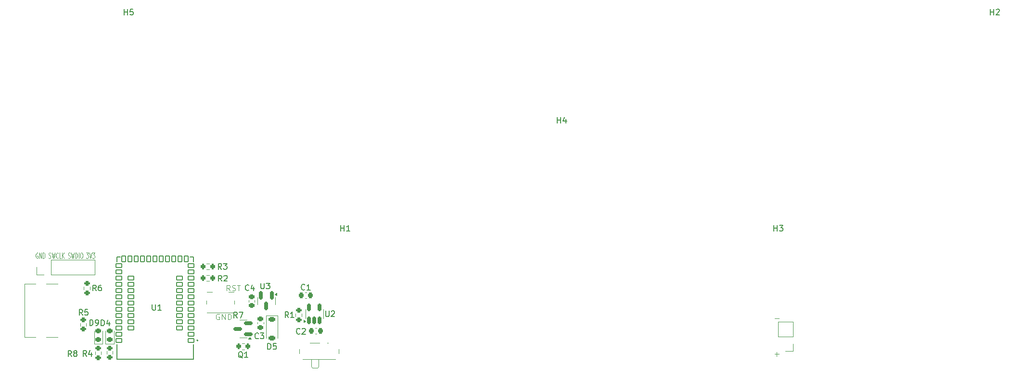
<source format=gbr>
%TF.GenerationSoftware,KiCad,Pcbnew,8.0.9-8.0.9-0~ubuntu22.04.1*%
%TF.CreationDate,2025-10-12T01:46:20+08:00*%
%TF.ProjectId,macropad,6d616372-6f70-4616-942e-6b696361645f,rev?*%
%TF.SameCoordinates,Original*%
%TF.FileFunction,Legend,Top*%
%TF.FilePolarity,Positive*%
%FSLAX46Y46*%
G04 Gerber Fmt 4.6, Leading zero omitted, Abs format (unit mm)*
G04 Created by KiCad (PCBNEW 8.0.9-8.0.9-0~ubuntu22.04.1) date 2025-10-12 01:46:20*
%MOMM*%
%LPD*%
G01*
G04 APERTURE LIST*
G04 Aperture macros list*
%AMRoundRect*
0 Rectangle with rounded corners*
0 $1 Rounding radius*
0 $2 $3 $4 $5 $6 $7 $8 $9 X,Y pos of 4 corners*
0 Add a 4 corners polygon primitive as box body*
4,1,4,$2,$3,$4,$5,$6,$7,$8,$9,$2,$3,0*
0 Add four circle primitives for the rounded corners*
1,1,$1+$1,$2,$3*
1,1,$1+$1,$4,$5*
1,1,$1+$1,$6,$7*
1,1,$1+$1,$8,$9*
0 Add four rect primitives between the rounded corners*
20,1,$1+$1,$2,$3,$4,$5,0*
20,1,$1+$1,$4,$5,$6,$7,0*
20,1,$1+$1,$6,$7,$8,$9,0*
20,1,$1+$1,$8,$9,$2,$3,0*%
G04 Aperture macros list end*
%ADD10C,0.100000*%
%ADD11C,0.150000*%
%ADD12C,0.120000*%
%ADD13C,0.127000*%
%ADD14C,0.200000*%
%ADD15RoundRect,0.200000X0.275000X-0.200000X0.275000X0.200000X-0.275000X0.200000X-0.275000X-0.200000X0*%
%ADD16RoundRect,0.200000X-0.275000X0.200000X-0.275000X-0.200000X0.275000X-0.200000X0.275000X0.200000X0*%
%ADD17R,1.700000X1.700000*%
%ADD18O,1.700000X1.700000*%
%ADD19C,1.900000*%
%ADD20C,1.750000*%
%ADD21C,3.450000*%
%ADD22C,4.000000*%
%ADD23C,2.500000*%
%ADD24C,2.200000*%
%ADD25RoundRect,0.218750X0.256250X-0.218750X0.256250X0.218750X-0.256250X0.218750X-0.256250X-0.218750X0*%
%ADD26C,5.300000*%
%ADD27RoundRect,0.225000X-0.375000X0.225000X-0.375000X-0.225000X0.375000X-0.225000X0.375000X0.225000X0*%
%ADD28RoundRect,0.225000X0.250000X-0.225000X0.250000X0.225000X-0.250000X0.225000X-0.250000X-0.225000X0*%
%ADD29RoundRect,0.225000X-0.250000X0.225000X-0.250000X-0.225000X0.250000X-0.225000X0.250000X0.225000X0*%
%ADD30RoundRect,0.150000X0.587500X0.150000X-0.587500X0.150000X-0.587500X-0.150000X0.587500X-0.150000X0*%
%ADD31RoundRect,0.225000X0.225000X0.250000X-0.225000X0.250000X-0.225000X-0.250000X0.225000X-0.250000X0*%
%ADD32RoundRect,0.150000X0.150000X-0.512500X0.150000X0.512500X-0.150000X0.512500X-0.150000X-0.512500X0*%
%ADD33RoundRect,0.150000X-0.150000X0.587500X-0.150000X-0.587500X0.150000X-0.587500X0.150000X0.587500X0*%
%ADD34RoundRect,0.200000X-0.200000X-0.275000X0.200000X-0.275000X0.200000X0.275000X-0.200000X0.275000X0*%
%ADD35C,0.750000*%
%ADD36R,1.550000X1.000000*%
%ADD37C,0.650000*%
%ADD38R,1.450000X0.600000*%
%ADD39R,1.450000X0.300000*%
%ADD40O,2.100000X1.000000*%
%ADD41O,1.600000X1.000000*%
%ADD42R,1.000000X0.800000*%
%ADD43C,0.900000*%
%ADD44R,0.700000X1.500000*%
%ADD45RoundRect,0.102000X0.500000X0.350000X-0.500000X0.350000X-0.500000X-0.350000X0.500000X-0.350000X0*%
%ADD46RoundRect,0.102000X0.350000X0.500000X-0.350000X0.500000X-0.350000X-0.500000X0.350000X-0.500000X0*%
%ADD47RoundRect,0.200000X0.200000X0.275000X-0.200000X0.275000X-0.200000X-0.275000X0.200000X-0.275000X0*%
G04 APERTURE END LIST*
D10*
X149277693Y-104070038D02*
X149182455Y-104022419D01*
X149182455Y-104022419D02*
X149039598Y-104022419D01*
X149039598Y-104022419D02*
X148896741Y-104070038D01*
X148896741Y-104070038D02*
X148801503Y-104165276D01*
X148801503Y-104165276D02*
X148753884Y-104260514D01*
X148753884Y-104260514D02*
X148706265Y-104450990D01*
X148706265Y-104450990D02*
X148706265Y-104593847D01*
X148706265Y-104593847D02*
X148753884Y-104784323D01*
X148753884Y-104784323D02*
X148801503Y-104879561D01*
X148801503Y-104879561D02*
X148896741Y-104974800D01*
X148896741Y-104974800D02*
X149039598Y-105022419D01*
X149039598Y-105022419D02*
X149134836Y-105022419D01*
X149134836Y-105022419D02*
X149277693Y-104974800D01*
X149277693Y-104974800D02*
X149325312Y-104927180D01*
X149325312Y-104927180D02*
X149325312Y-104593847D01*
X149325312Y-104593847D02*
X149134836Y-104593847D01*
X149753884Y-105022419D02*
X149753884Y-104022419D01*
X149753884Y-104022419D02*
X150325312Y-105022419D01*
X150325312Y-105022419D02*
X150325312Y-104022419D01*
X150801503Y-105022419D02*
X150801503Y-104022419D01*
X150801503Y-104022419D02*
X151039598Y-104022419D01*
X151039598Y-104022419D02*
X151182455Y-104070038D01*
X151182455Y-104070038D02*
X151277693Y-104165276D01*
X151277693Y-104165276D02*
X151325312Y-104260514D01*
X151325312Y-104260514D02*
X151372931Y-104450990D01*
X151372931Y-104450990D02*
X151372931Y-104593847D01*
X151372931Y-104593847D02*
X151325312Y-104784323D01*
X151325312Y-104784323D02*
X151277693Y-104879561D01*
X151277693Y-104879561D02*
X151182455Y-104974800D01*
X151182455Y-104974800D02*
X151039598Y-105022419D01*
X151039598Y-105022419D02*
X150801503Y-105022419D01*
X151175312Y-99947419D02*
X150841979Y-99471228D01*
X150603884Y-99947419D02*
X150603884Y-98947419D01*
X150603884Y-98947419D02*
X150984836Y-98947419D01*
X150984836Y-98947419D02*
X151080074Y-98995038D01*
X151080074Y-98995038D02*
X151127693Y-99042657D01*
X151127693Y-99042657D02*
X151175312Y-99137895D01*
X151175312Y-99137895D02*
X151175312Y-99280752D01*
X151175312Y-99280752D02*
X151127693Y-99375990D01*
X151127693Y-99375990D02*
X151080074Y-99423609D01*
X151080074Y-99423609D02*
X150984836Y-99471228D01*
X150984836Y-99471228D02*
X150603884Y-99471228D01*
X151556265Y-99899800D02*
X151699122Y-99947419D01*
X151699122Y-99947419D02*
X151937217Y-99947419D01*
X151937217Y-99947419D02*
X152032455Y-99899800D01*
X152032455Y-99899800D02*
X152080074Y-99852180D01*
X152080074Y-99852180D02*
X152127693Y-99756942D01*
X152127693Y-99756942D02*
X152127693Y-99661704D01*
X152127693Y-99661704D02*
X152080074Y-99566466D01*
X152080074Y-99566466D02*
X152032455Y-99518847D01*
X152032455Y-99518847D02*
X151937217Y-99471228D01*
X151937217Y-99471228D02*
X151746741Y-99423609D01*
X151746741Y-99423609D02*
X151651503Y-99375990D01*
X151651503Y-99375990D02*
X151603884Y-99328371D01*
X151603884Y-99328371D02*
X151556265Y-99233133D01*
X151556265Y-99233133D02*
X151556265Y-99137895D01*
X151556265Y-99137895D02*
X151603884Y-99042657D01*
X151603884Y-99042657D02*
X151651503Y-98995038D01*
X151651503Y-98995038D02*
X151746741Y-98947419D01*
X151746741Y-98947419D02*
X151984836Y-98947419D01*
X151984836Y-98947419D02*
X152127693Y-98995038D01*
X152413408Y-98947419D02*
X152984836Y-98947419D01*
X152699122Y-99947419D02*
X152699122Y-98947419D01*
X246978884Y-104841466D02*
X247740789Y-104841466D01*
X247003884Y-111091466D02*
X247765789Y-111091466D01*
X247384836Y-111472419D02*
X247384836Y-110710514D01*
X117347931Y-93270038D02*
X117290789Y-93222419D01*
X117290789Y-93222419D02*
X117205074Y-93222419D01*
X117205074Y-93222419D02*
X117119360Y-93270038D01*
X117119360Y-93270038D02*
X117062217Y-93365276D01*
X117062217Y-93365276D02*
X117033646Y-93460514D01*
X117033646Y-93460514D02*
X117005074Y-93650990D01*
X117005074Y-93650990D02*
X117005074Y-93793847D01*
X117005074Y-93793847D02*
X117033646Y-93984323D01*
X117033646Y-93984323D02*
X117062217Y-94079561D01*
X117062217Y-94079561D02*
X117119360Y-94174800D01*
X117119360Y-94174800D02*
X117205074Y-94222419D01*
X117205074Y-94222419D02*
X117262217Y-94222419D01*
X117262217Y-94222419D02*
X117347931Y-94174800D01*
X117347931Y-94174800D02*
X117376503Y-94127180D01*
X117376503Y-94127180D02*
X117376503Y-93793847D01*
X117376503Y-93793847D02*
X117262217Y-93793847D01*
X117633646Y-94222419D02*
X117633646Y-93222419D01*
X117633646Y-93222419D02*
X117976503Y-94222419D01*
X117976503Y-94222419D02*
X117976503Y-93222419D01*
X118262217Y-94222419D02*
X118262217Y-93222419D01*
X118262217Y-93222419D02*
X118405074Y-93222419D01*
X118405074Y-93222419D02*
X118490788Y-93270038D01*
X118490788Y-93270038D02*
X118547931Y-93365276D01*
X118547931Y-93365276D02*
X118576502Y-93460514D01*
X118576502Y-93460514D02*
X118605074Y-93650990D01*
X118605074Y-93650990D02*
X118605074Y-93793847D01*
X118605074Y-93793847D02*
X118576502Y-93984323D01*
X118576502Y-93984323D02*
X118547931Y-94079561D01*
X118547931Y-94079561D02*
X118490788Y-94174800D01*
X118490788Y-94174800D02*
X118405074Y-94222419D01*
X118405074Y-94222419D02*
X118262217Y-94222419D01*
X119290788Y-94174800D02*
X119376503Y-94222419D01*
X119376503Y-94222419D02*
X119519360Y-94222419D01*
X119519360Y-94222419D02*
X119576503Y-94174800D01*
X119576503Y-94174800D02*
X119605074Y-94127180D01*
X119605074Y-94127180D02*
X119633645Y-94031942D01*
X119633645Y-94031942D02*
X119633645Y-93936704D01*
X119633645Y-93936704D02*
X119605074Y-93841466D01*
X119605074Y-93841466D02*
X119576503Y-93793847D01*
X119576503Y-93793847D02*
X119519360Y-93746228D01*
X119519360Y-93746228D02*
X119405074Y-93698609D01*
X119405074Y-93698609D02*
X119347931Y-93650990D01*
X119347931Y-93650990D02*
X119319360Y-93603371D01*
X119319360Y-93603371D02*
X119290788Y-93508133D01*
X119290788Y-93508133D02*
X119290788Y-93412895D01*
X119290788Y-93412895D02*
X119319360Y-93317657D01*
X119319360Y-93317657D02*
X119347931Y-93270038D01*
X119347931Y-93270038D02*
X119405074Y-93222419D01*
X119405074Y-93222419D02*
X119547931Y-93222419D01*
X119547931Y-93222419D02*
X119633645Y-93270038D01*
X119833646Y-93222419D02*
X119976503Y-94222419D01*
X119976503Y-94222419D02*
X120090789Y-93508133D01*
X120090789Y-93508133D02*
X120205074Y-94222419D01*
X120205074Y-94222419D02*
X120347932Y-93222419D01*
X120919360Y-94127180D02*
X120890788Y-94174800D01*
X120890788Y-94174800D02*
X120805074Y-94222419D01*
X120805074Y-94222419D02*
X120747931Y-94222419D01*
X120747931Y-94222419D02*
X120662217Y-94174800D01*
X120662217Y-94174800D02*
X120605074Y-94079561D01*
X120605074Y-94079561D02*
X120576503Y-93984323D01*
X120576503Y-93984323D02*
X120547931Y-93793847D01*
X120547931Y-93793847D02*
X120547931Y-93650990D01*
X120547931Y-93650990D02*
X120576503Y-93460514D01*
X120576503Y-93460514D02*
X120605074Y-93365276D01*
X120605074Y-93365276D02*
X120662217Y-93270038D01*
X120662217Y-93270038D02*
X120747931Y-93222419D01*
X120747931Y-93222419D02*
X120805074Y-93222419D01*
X120805074Y-93222419D02*
X120890788Y-93270038D01*
X120890788Y-93270038D02*
X120919360Y-93317657D01*
X121462217Y-94222419D02*
X121176503Y-94222419D01*
X121176503Y-94222419D02*
X121176503Y-93222419D01*
X121662217Y-94222419D02*
X121662217Y-93222419D01*
X122005074Y-94222419D02*
X121747931Y-93650990D01*
X122005074Y-93222419D02*
X121662217Y-93793847D01*
X122690788Y-94174800D02*
X122776503Y-94222419D01*
X122776503Y-94222419D02*
X122919360Y-94222419D01*
X122919360Y-94222419D02*
X122976503Y-94174800D01*
X122976503Y-94174800D02*
X123005074Y-94127180D01*
X123005074Y-94127180D02*
X123033645Y-94031942D01*
X123033645Y-94031942D02*
X123033645Y-93936704D01*
X123033645Y-93936704D02*
X123005074Y-93841466D01*
X123005074Y-93841466D02*
X122976503Y-93793847D01*
X122976503Y-93793847D02*
X122919360Y-93746228D01*
X122919360Y-93746228D02*
X122805074Y-93698609D01*
X122805074Y-93698609D02*
X122747931Y-93650990D01*
X122747931Y-93650990D02*
X122719360Y-93603371D01*
X122719360Y-93603371D02*
X122690788Y-93508133D01*
X122690788Y-93508133D02*
X122690788Y-93412895D01*
X122690788Y-93412895D02*
X122719360Y-93317657D01*
X122719360Y-93317657D02*
X122747931Y-93270038D01*
X122747931Y-93270038D02*
X122805074Y-93222419D01*
X122805074Y-93222419D02*
X122947931Y-93222419D01*
X122947931Y-93222419D02*
X123033645Y-93270038D01*
X123233646Y-93222419D02*
X123376503Y-94222419D01*
X123376503Y-94222419D02*
X123490789Y-93508133D01*
X123490789Y-93508133D02*
X123605074Y-94222419D01*
X123605074Y-94222419D02*
X123747932Y-93222419D01*
X123976503Y-94222419D02*
X123976503Y-93222419D01*
X123976503Y-93222419D02*
X124119360Y-93222419D01*
X124119360Y-93222419D02*
X124205074Y-93270038D01*
X124205074Y-93270038D02*
X124262217Y-93365276D01*
X124262217Y-93365276D02*
X124290788Y-93460514D01*
X124290788Y-93460514D02*
X124319360Y-93650990D01*
X124319360Y-93650990D02*
X124319360Y-93793847D01*
X124319360Y-93793847D02*
X124290788Y-93984323D01*
X124290788Y-93984323D02*
X124262217Y-94079561D01*
X124262217Y-94079561D02*
X124205074Y-94174800D01*
X124205074Y-94174800D02*
X124119360Y-94222419D01*
X124119360Y-94222419D02*
X123976503Y-94222419D01*
X124576503Y-94222419D02*
X124576503Y-93222419D01*
X124976502Y-93222419D02*
X125090788Y-93222419D01*
X125090788Y-93222419D02*
X125147931Y-93270038D01*
X125147931Y-93270038D02*
X125205074Y-93365276D01*
X125205074Y-93365276D02*
X125233645Y-93555752D01*
X125233645Y-93555752D02*
X125233645Y-93889085D01*
X125233645Y-93889085D02*
X125205074Y-94079561D01*
X125205074Y-94079561D02*
X125147931Y-94174800D01*
X125147931Y-94174800D02*
X125090788Y-94222419D01*
X125090788Y-94222419D02*
X124976502Y-94222419D01*
X124976502Y-94222419D02*
X124919360Y-94174800D01*
X124919360Y-94174800D02*
X124862217Y-94079561D01*
X124862217Y-94079561D02*
X124833645Y-93889085D01*
X124833645Y-93889085D02*
X124833645Y-93555752D01*
X124833645Y-93555752D02*
X124862217Y-93365276D01*
X124862217Y-93365276D02*
X124919360Y-93270038D01*
X124919360Y-93270038D02*
X124976502Y-93222419D01*
X125890788Y-93222419D02*
X126262216Y-93222419D01*
X126262216Y-93222419D02*
X126062216Y-93603371D01*
X126062216Y-93603371D02*
X126147931Y-93603371D01*
X126147931Y-93603371D02*
X126205074Y-93650990D01*
X126205074Y-93650990D02*
X126233645Y-93698609D01*
X126233645Y-93698609D02*
X126262216Y-93793847D01*
X126262216Y-93793847D02*
X126262216Y-94031942D01*
X126262216Y-94031942D02*
X126233645Y-94127180D01*
X126233645Y-94127180D02*
X126205074Y-94174800D01*
X126205074Y-94174800D02*
X126147931Y-94222419D01*
X126147931Y-94222419D02*
X125976502Y-94222419D01*
X125976502Y-94222419D02*
X125919359Y-94174800D01*
X125919359Y-94174800D02*
X125890788Y-94127180D01*
X126433645Y-93222419D02*
X126633645Y-94222419D01*
X126633645Y-94222419D02*
X126833645Y-93222419D01*
X126976503Y-93222419D02*
X127347931Y-93222419D01*
X127347931Y-93222419D02*
X127147931Y-93603371D01*
X127147931Y-93603371D02*
X127233646Y-93603371D01*
X127233646Y-93603371D02*
X127290789Y-93650990D01*
X127290789Y-93650990D02*
X127319360Y-93698609D01*
X127319360Y-93698609D02*
X127347931Y-93793847D01*
X127347931Y-93793847D02*
X127347931Y-94031942D01*
X127347931Y-94031942D02*
X127319360Y-94127180D01*
X127319360Y-94127180D02*
X127290789Y-94174800D01*
X127290789Y-94174800D02*
X127233646Y-94222419D01*
X127233646Y-94222419D02*
X127062217Y-94222419D01*
X127062217Y-94222419D02*
X127005074Y-94174800D01*
X127005074Y-94174800D02*
X126976503Y-94127180D01*
D11*
X127633333Y-99954819D02*
X127300000Y-99478628D01*
X127061905Y-99954819D02*
X127061905Y-98954819D01*
X127061905Y-98954819D02*
X127442857Y-98954819D01*
X127442857Y-98954819D02*
X127538095Y-99002438D01*
X127538095Y-99002438D02*
X127585714Y-99050057D01*
X127585714Y-99050057D02*
X127633333Y-99145295D01*
X127633333Y-99145295D02*
X127633333Y-99288152D01*
X127633333Y-99288152D02*
X127585714Y-99383390D01*
X127585714Y-99383390D02*
X127538095Y-99431009D01*
X127538095Y-99431009D02*
X127442857Y-99478628D01*
X127442857Y-99478628D02*
X127061905Y-99478628D01*
X128490476Y-98954819D02*
X128300000Y-98954819D01*
X128300000Y-98954819D02*
X128204762Y-99002438D01*
X128204762Y-99002438D02*
X128157143Y-99050057D01*
X128157143Y-99050057D02*
X128061905Y-99192914D01*
X128061905Y-99192914D02*
X128014286Y-99383390D01*
X128014286Y-99383390D02*
X128014286Y-99764342D01*
X128014286Y-99764342D02*
X128061905Y-99859580D01*
X128061905Y-99859580D02*
X128109524Y-99907200D01*
X128109524Y-99907200D02*
X128204762Y-99954819D01*
X128204762Y-99954819D02*
X128395238Y-99954819D01*
X128395238Y-99954819D02*
X128490476Y-99907200D01*
X128490476Y-99907200D02*
X128538095Y-99859580D01*
X128538095Y-99859580D02*
X128585714Y-99764342D01*
X128585714Y-99764342D02*
X128585714Y-99526247D01*
X128585714Y-99526247D02*
X128538095Y-99431009D01*
X128538095Y-99431009D02*
X128490476Y-99383390D01*
X128490476Y-99383390D02*
X128395238Y-99335771D01*
X128395238Y-99335771D02*
X128204762Y-99335771D01*
X128204762Y-99335771D02*
X128109524Y-99383390D01*
X128109524Y-99383390D02*
X128061905Y-99431009D01*
X128061905Y-99431009D02*
X128014286Y-99526247D01*
X125233333Y-104254819D02*
X124900000Y-103778628D01*
X124661905Y-104254819D02*
X124661905Y-103254819D01*
X124661905Y-103254819D02*
X125042857Y-103254819D01*
X125042857Y-103254819D02*
X125138095Y-103302438D01*
X125138095Y-103302438D02*
X125185714Y-103350057D01*
X125185714Y-103350057D02*
X125233333Y-103445295D01*
X125233333Y-103445295D02*
X125233333Y-103588152D01*
X125233333Y-103588152D02*
X125185714Y-103683390D01*
X125185714Y-103683390D02*
X125138095Y-103731009D01*
X125138095Y-103731009D02*
X125042857Y-103778628D01*
X125042857Y-103778628D02*
X124661905Y-103778628D01*
X126138095Y-103254819D02*
X125661905Y-103254819D01*
X125661905Y-103254819D02*
X125614286Y-103731009D01*
X125614286Y-103731009D02*
X125661905Y-103683390D01*
X125661905Y-103683390D02*
X125757143Y-103635771D01*
X125757143Y-103635771D02*
X125995238Y-103635771D01*
X125995238Y-103635771D02*
X126090476Y-103683390D01*
X126090476Y-103683390D02*
X126138095Y-103731009D01*
X126138095Y-103731009D02*
X126185714Y-103826247D01*
X126185714Y-103826247D02*
X126185714Y-104064342D01*
X126185714Y-104064342D02*
X126138095Y-104159580D01*
X126138095Y-104159580D02*
X126090476Y-104207200D01*
X126090476Y-104207200D02*
X125995238Y-104254819D01*
X125995238Y-104254819D02*
X125757143Y-104254819D01*
X125757143Y-104254819D02*
X125661905Y-104207200D01*
X125661905Y-104207200D02*
X125614286Y-104159580D01*
X123283333Y-111529819D02*
X122950000Y-111053628D01*
X122711905Y-111529819D02*
X122711905Y-110529819D01*
X122711905Y-110529819D02*
X123092857Y-110529819D01*
X123092857Y-110529819D02*
X123188095Y-110577438D01*
X123188095Y-110577438D02*
X123235714Y-110625057D01*
X123235714Y-110625057D02*
X123283333Y-110720295D01*
X123283333Y-110720295D02*
X123283333Y-110863152D01*
X123283333Y-110863152D02*
X123235714Y-110958390D01*
X123235714Y-110958390D02*
X123188095Y-111006009D01*
X123188095Y-111006009D02*
X123092857Y-111053628D01*
X123092857Y-111053628D02*
X122711905Y-111053628D01*
X123854762Y-110958390D02*
X123759524Y-110910771D01*
X123759524Y-110910771D02*
X123711905Y-110863152D01*
X123711905Y-110863152D02*
X123664286Y-110767914D01*
X123664286Y-110767914D02*
X123664286Y-110720295D01*
X123664286Y-110720295D02*
X123711905Y-110625057D01*
X123711905Y-110625057D02*
X123759524Y-110577438D01*
X123759524Y-110577438D02*
X123854762Y-110529819D01*
X123854762Y-110529819D02*
X124045238Y-110529819D01*
X124045238Y-110529819D02*
X124140476Y-110577438D01*
X124140476Y-110577438D02*
X124188095Y-110625057D01*
X124188095Y-110625057D02*
X124235714Y-110720295D01*
X124235714Y-110720295D02*
X124235714Y-110767914D01*
X124235714Y-110767914D02*
X124188095Y-110863152D01*
X124188095Y-110863152D02*
X124140476Y-110910771D01*
X124140476Y-110910771D02*
X124045238Y-110958390D01*
X124045238Y-110958390D02*
X123854762Y-110958390D01*
X123854762Y-110958390D02*
X123759524Y-111006009D01*
X123759524Y-111006009D02*
X123711905Y-111053628D01*
X123711905Y-111053628D02*
X123664286Y-111148866D01*
X123664286Y-111148866D02*
X123664286Y-111339342D01*
X123664286Y-111339342D02*
X123711905Y-111434580D01*
X123711905Y-111434580D02*
X123759524Y-111482200D01*
X123759524Y-111482200D02*
X123854762Y-111529819D01*
X123854762Y-111529819D02*
X124045238Y-111529819D01*
X124045238Y-111529819D02*
X124140476Y-111482200D01*
X124140476Y-111482200D02*
X124188095Y-111434580D01*
X124188095Y-111434580D02*
X124235714Y-111339342D01*
X124235714Y-111339342D02*
X124235714Y-111148866D01*
X124235714Y-111148866D02*
X124188095Y-111053628D01*
X124188095Y-111053628D02*
X124140476Y-111006009D01*
X124140476Y-111006009D02*
X124045238Y-110958390D01*
X125933333Y-111479819D02*
X125600000Y-111003628D01*
X125361905Y-111479819D02*
X125361905Y-110479819D01*
X125361905Y-110479819D02*
X125742857Y-110479819D01*
X125742857Y-110479819D02*
X125838095Y-110527438D01*
X125838095Y-110527438D02*
X125885714Y-110575057D01*
X125885714Y-110575057D02*
X125933333Y-110670295D01*
X125933333Y-110670295D02*
X125933333Y-110813152D01*
X125933333Y-110813152D02*
X125885714Y-110908390D01*
X125885714Y-110908390D02*
X125838095Y-110956009D01*
X125838095Y-110956009D02*
X125742857Y-111003628D01*
X125742857Y-111003628D02*
X125361905Y-111003628D01*
X126790476Y-110813152D02*
X126790476Y-111479819D01*
X126552381Y-110432200D02*
X126314286Y-111146485D01*
X126314286Y-111146485D02*
X126933333Y-111146485D01*
X126511905Y-106054819D02*
X126511905Y-105054819D01*
X126511905Y-105054819D02*
X126750000Y-105054819D01*
X126750000Y-105054819D02*
X126892857Y-105102438D01*
X126892857Y-105102438D02*
X126988095Y-105197676D01*
X126988095Y-105197676D02*
X127035714Y-105292914D01*
X127035714Y-105292914D02*
X127083333Y-105483390D01*
X127083333Y-105483390D02*
X127083333Y-105626247D01*
X127083333Y-105626247D02*
X127035714Y-105816723D01*
X127035714Y-105816723D02*
X126988095Y-105911961D01*
X126988095Y-105911961D02*
X126892857Y-106007200D01*
X126892857Y-106007200D02*
X126750000Y-106054819D01*
X126750000Y-106054819D02*
X126511905Y-106054819D01*
X127559524Y-106054819D02*
X127750000Y-106054819D01*
X127750000Y-106054819D02*
X127845238Y-106007200D01*
X127845238Y-106007200D02*
X127892857Y-105959580D01*
X127892857Y-105959580D02*
X127988095Y-105816723D01*
X127988095Y-105816723D02*
X128035714Y-105626247D01*
X128035714Y-105626247D02*
X128035714Y-105245295D01*
X128035714Y-105245295D02*
X127988095Y-105150057D01*
X127988095Y-105150057D02*
X127940476Y-105102438D01*
X127940476Y-105102438D02*
X127845238Y-105054819D01*
X127845238Y-105054819D02*
X127654762Y-105054819D01*
X127654762Y-105054819D02*
X127559524Y-105102438D01*
X127559524Y-105102438D02*
X127511905Y-105150057D01*
X127511905Y-105150057D02*
X127464286Y-105245295D01*
X127464286Y-105245295D02*
X127464286Y-105483390D01*
X127464286Y-105483390D02*
X127511905Y-105578628D01*
X127511905Y-105578628D02*
X127559524Y-105626247D01*
X127559524Y-105626247D02*
X127654762Y-105673866D01*
X127654762Y-105673866D02*
X127845238Y-105673866D01*
X127845238Y-105673866D02*
X127940476Y-105626247D01*
X127940476Y-105626247D02*
X127988095Y-105578628D01*
X127988095Y-105578628D02*
X128035714Y-105483390D01*
X128511905Y-106104819D02*
X128511905Y-105104819D01*
X128511905Y-105104819D02*
X128750000Y-105104819D01*
X128750000Y-105104819D02*
X128892857Y-105152438D01*
X128892857Y-105152438D02*
X128988095Y-105247676D01*
X128988095Y-105247676D02*
X129035714Y-105342914D01*
X129035714Y-105342914D02*
X129083333Y-105533390D01*
X129083333Y-105533390D02*
X129083333Y-105676247D01*
X129083333Y-105676247D02*
X129035714Y-105866723D01*
X129035714Y-105866723D02*
X128988095Y-105961961D01*
X128988095Y-105961961D02*
X128892857Y-106057200D01*
X128892857Y-106057200D02*
X128750000Y-106104819D01*
X128750000Y-106104819D02*
X128511905Y-106104819D01*
X129940476Y-105438152D02*
X129940476Y-106104819D01*
X129702381Y-105057200D02*
X129464286Y-105771485D01*
X129464286Y-105771485D02*
X130083333Y-105771485D01*
X246888095Y-89404819D02*
X246888095Y-88404819D01*
X246888095Y-88881009D02*
X247459523Y-88881009D01*
X247459523Y-89404819D02*
X247459523Y-88404819D01*
X247840476Y-88404819D02*
X248459523Y-88404819D01*
X248459523Y-88404819D02*
X248126190Y-88785771D01*
X248126190Y-88785771D02*
X248269047Y-88785771D01*
X248269047Y-88785771D02*
X248364285Y-88833390D01*
X248364285Y-88833390D02*
X248411904Y-88881009D01*
X248411904Y-88881009D02*
X248459523Y-88976247D01*
X248459523Y-88976247D02*
X248459523Y-89214342D01*
X248459523Y-89214342D02*
X248411904Y-89309580D01*
X248411904Y-89309580D02*
X248364285Y-89357200D01*
X248364285Y-89357200D02*
X248269047Y-89404819D01*
X248269047Y-89404819D02*
X247983333Y-89404819D01*
X247983333Y-89404819D02*
X247888095Y-89357200D01*
X247888095Y-89357200D02*
X247840476Y-89309580D01*
X208788095Y-70354819D02*
X208788095Y-69354819D01*
X208788095Y-69831009D02*
X209359523Y-69831009D01*
X209359523Y-70354819D02*
X209359523Y-69354819D01*
X210264285Y-69688152D02*
X210264285Y-70354819D01*
X210026190Y-69307200D02*
X209788095Y-70021485D01*
X209788095Y-70021485D02*
X210407142Y-70021485D01*
X157811905Y-110254819D02*
X157811905Y-109254819D01*
X157811905Y-109254819D02*
X158050000Y-109254819D01*
X158050000Y-109254819D02*
X158192857Y-109302438D01*
X158192857Y-109302438D02*
X158288095Y-109397676D01*
X158288095Y-109397676D02*
X158335714Y-109492914D01*
X158335714Y-109492914D02*
X158383333Y-109683390D01*
X158383333Y-109683390D02*
X158383333Y-109826247D01*
X158383333Y-109826247D02*
X158335714Y-110016723D01*
X158335714Y-110016723D02*
X158288095Y-110111961D01*
X158288095Y-110111961D02*
X158192857Y-110207200D01*
X158192857Y-110207200D02*
X158050000Y-110254819D01*
X158050000Y-110254819D02*
X157811905Y-110254819D01*
X159288095Y-109254819D02*
X158811905Y-109254819D01*
X158811905Y-109254819D02*
X158764286Y-109731009D01*
X158764286Y-109731009D02*
X158811905Y-109683390D01*
X158811905Y-109683390D02*
X158907143Y-109635771D01*
X158907143Y-109635771D02*
X159145238Y-109635771D01*
X159145238Y-109635771D02*
X159240476Y-109683390D01*
X159240476Y-109683390D02*
X159288095Y-109731009D01*
X159288095Y-109731009D02*
X159335714Y-109826247D01*
X159335714Y-109826247D02*
X159335714Y-110064342D01*
X159335714Y-110064342D02*
X159288095Y-110159580D01*
X159288095Y-110159580D02*
X159240476Y-110207200D01*
X159240476Y-110207200D02*
X159145238Y-110254819D01*
X159145238Y-110254819D02*
X158907143Y-110254819D01*
X158907143Y-110254819D02*
X158811905Y-110207200D01*
X158811905Y-110207200D02*
X158764286Y-110159580D01*
X156183333Y-108309580D02*
X156135714Y-108357200D01*
X156135714Y-108357200D02*
X155992857Y-108404819D01*
X155992857Y-108404819D02*
X155897619Y-108404819D01*
X155897619Y-108404819D02*
X155754762Y-108357200D01*
X155754762Y-108357200D02*
X155659524Y-108261961D01*
X155659524Y-108261961D02*
X155611905Y-108166723D01*
X155611905Y-108166723D02*
X155564286Y-107976247D01*
X155564286Y-107976247D02*
X155564286Y-107833390D01*
X155564286Y-107833390D02*
X155611905Y-107642914D01*
X155611905Y-107642914D02*
X155659524Y-107547676D01*
X155659524Y-107547676D02*
X155754762Y-107452438D01*
X155754762Y-107452438D02*
X155897619Y-107404819D01*
X155897619Y-107404819D02*
X155992857Y-107404819D01*
X155992857Y-107404819D02*
X156135714Y-107452438D01*
X156135714Y-107452438D02*
X156183333Y-107500057D01*
X156516667Y-107404819D02*
X157135714Y-107404819D01*
X157135714Y-107404819D02*
X156802381Y-107785771D01*
X156802381Y-107785771D02*
X156945238Y-107785771D01*
X156945238Y-107785771D02*
X157040476Y-107833390D01*
X157040476Y-107833390D02*
X157088095Y-107881009D01*
X157088095Y-107881009D02*
X157135714Y-107976247D01*
X157135714Y-107976247D02*
X157135714Y-108214342D01*
X157135714Y-108214342D02*
X157088095Y-108309580D01*
X157088095Y-108309580D02*
X157040476Y-108357200D01*
X157040476Y-108357200D02*
X156945238Y-108404819D01*
X156945238Y-108404819D02*
X156659524Y-108404819D01*
X156659524Y-108404819D02*
X156564286Y-108357200D01*
X156564286Y-108357200D02*
X156516667Y-108309580D01*
X132588095Y-51304819D02*
X132588095Y-50304819D01*
X132588095Y-50781009D02*
X133159523Y-50781009D01*
X133159523Y-51304819D02*
X133159523Y-50304819D01*
X134111904Y-50304819D02*
X133635714Y-50304819D01*
X133635714Y-50304819D02*
X133588095Y-50781009D01*
X133588095Y-50781009D02*
X133635714Y-50733390D01*
X133635714Y-50733390D02*
X133730952Y-50685771D01*
X133730952Y-50685771D02*
X133969047Y-50685771D01*
X133969047Y-50685771D02*
X134064285Y-50733390D01*
X134064285Y-50733390D02*
X134111904Y-50781009D01*
X134111904Y-50781009D02*
X134159523Y-50876247D01*
X134159523Y-50876247D02*
X134159523Y-51114342D01*
X134159523Y-51114342D02*
X134111904Y-51209580D01*
X134111904Y-51209580D02*
X134064285Y-51257200D01*
X134064285Y-51257200D02*
X133969047Y-51304819D01*
X133969047Y-51304819D02*
X133730952Y-51304819D01*
X133730952Y-51304819D02*
X133635714Y-51257200D01*
X133635714Y-51257200D02*
X133588095Y-51209580D01*
X154483333Y-99809580D02*
X154435714Y-99857200D01*
X154435714Y-99857200D02*
X154292857Y-99904819D01*
X154292857Y-99904819D02*
X154197619Y-99904819D01*
X154197619Y-99904819D02*
X154054762Y-99857200D01*
X154054762Y-99857200D02*
X153959524Y-99761961D01*
X153959524Y-99761961D02*
X153911905Y-99666723D01*
X153911905Y-99666723D02*
X153864286Y-99476247D01*
X153864286Y-99476247D02*
X153864286Y-99333390D01*
X153864286Y-99333390D02*
X153911905Y-99142914D01*
X153911905Y-99142914D02*
X153959524Y-99047676D01*
X153959524Y-99047676D02*
X154054762Y-98952438D01*
X154054762Y-98952438D02*
X154197619Y-98904819D01*
X154197619Y-98904819D02*
X154292857Y-98904819D01*
X154292857Y-98904819D02*
X154435714Y-98952438D01*
X154435714Y-98952438D02*
X154483333Y-99000057D01*
X155340476Y-99238152D02*
X155340476Y-99904819D01*
X155102381Y-98857200D02*
X154864286Y-99571485D01*
X154864286Y-99571485D02*
X155483333Y-99571485D01*
X153404761Y-111800057D02*
X153309523Y-111752438D01*
X153309523Y-111752438D02*
X153214285Y-111657200D01*
X153214285Y-111657200D02*
X153071428Y-111514342D01*
X153071428Y-111514342D02*
X152976190Y-111466723D01*
X152976190Y-111466723D02*
X152880952Y-111466723D01*
X152928571Y-111704819D02*
X152833333Y-111657200D01*
X152833333Y-111657200D02*
X152738095Y-111561961D01*
X152738095Y-111561961D02*
X152690476Y-111371485D01*
X152690476Y-111371485D02*
X152690476Y-111038152D01*
X152690476Y-111038152D02*
X152738095Y-110847676D01*
X152738095Y-110847676D02*
X152833333Y-110752438D01*
X152833333Y-110752438D02*
X152928571Y-110704819D01*
X152928571Y-110704819D02*
X153119047Y-110704819D01*
X153119047Y-110704819D02*
X153214285Y-110752438D01*
X153214285Y-110752438D02*
X153309523Y-110847676D01*
X153309523Y-110847676D02*
X153357142Y-111038152D01*
X153357142Y-111038152D02*
X153357142Y-111371485D01*
X153357142Y-111371485D02*
X153309523Y-111561961D01*
X153309523Y-111561961D02*
X153214285Y-111657200D01*
X153214285Y-111657200D02*
X153119047Y-111704819D01*
X153119047Y-111704819D02*
X152928571Y-111704819D01*
X154309523Y-111704819D02*
X153738095Y-111704819D01*
X154023809Y-111704819D02*
X154023809Y-110704819D01*
X154023809Y-110704819D02*
X153928571Y-110847676D01*
X153928571Y-110847676D02*
X153833333Y-110942914D01*
X153833333Y-110942914D02*
X153738095Y-110990533D01*
X164333333Y-99709580D02*
X164285714Y-99757200D01*
X164285714Y-99757200D02*
X164142857Y-99804819D01*
X164142857Y-99804819D02*
X164047619Y-99804819D01*
X164047619Y-99804819D02*
X163904762Y-99757200D01*
X163904762Y-99757200D02*
X163809524Y-99661961D01*
X163809524Y-99661961D02*
X163761905Y-99566723D01*
X163761905Y-99566723D02*
X163714286Y-99376247D01*
X163714286Y-99376247D02*
X163714286Y-99233390D01*
X163714286Y-99233390D02*
X163761905Y-99042914D01*
X163761905Y-99042914D02*
X163809524Y-98947676D01*
X163809524Y-98947676D02*
X163904762Y-98852438D01*
X163904762Y-98852438D02*
X164047619Y-98804819D01*
X164047619Y-98804819D02*
X164142857Y-98804819D01*
X164142857Y-98804819D02*
X164285714Y-98852438D01*
X164285714Y-98852438D02*
X164333333Y-98900057D01*
X165285714Y-99804819D02*
X164714286Y-99804819D01*
X165000000Y-99804819D02*
X165000000Y-98804819D01*
X165000000Y-98804819D02*
X164904762Y-98947676D01*
X164904762Y-98947676D02*
X164809524Y-99042914D01*
X164809524Y-99042914D02*
X164714286Y-99090533D01*
X284988095Y-51304819D02*
X284988095Y-50304819D01*
X284988095Y-50781009D02*
X285559523Y-50781009D01*
X285559523Y-51304819D02*
X285559523Y-50304819D01*
X285988095Y-50400057D02*
X286035714Y-50352438D01*
X286035714Y-50352438D02*
X286130952Y-50304819D01*
X286130952Y-50304819D02*
X286369047Y-50304819D01*
X286369047Y-50304819D02*
X286464285Y-50352438D01*
X286464285Y-50352438D02*
X286511904Y-50400057D01*
X286511904Y-50400057D02*
X286559523Y-50495295D01*
X286559523Y-50495295D02*
X286559523Y-50590533D01*
X286559523Y-50590533D02*
X286511904Y-50733390D01*
X286511904Y-50733390D02*
X285940476Y-51304819D01*
X285940476Y-51304819D02*
X286559523Y-51304819D01*
X163483333Y-107484580D02*
X163435714Y-107532200D01*
X163435714Y-107532200D02*
X163292857Y-107579819D01*
X163292857Y-107579819D02*
X163197619Y-107579819D01*
X163197619Y-107579819D02*
X163054762Y-107532200D01*
X163054762Y-107532200D02*
X162959524Y-107436961D01*
X162959524Y-107436961D02*
X162911905Y-107341723D01*
X162911905Y-107341723D02*
X162864286Y-107151247D01*
X162864286Y-107151247D02*
X162864286Y-107008390D01*
X162864286Y-107008390D02*
X162911905Y-106817914D01*
X162911905Y-106817914D02*
X162959524Y-106722676D01*
X162959524Y-106722676D02*
X163054762Y-106627438D01*
X163054762Y-106627438D02*
X163197619Y-106579819D01*
X163197619Y-106579819D02*
X163292857Y-106579819D01*
X163292857Y-106579819D02*
X163435714Y-106627438D01*
X163435714Y-106627438D02*
X163483333Y-106675057D01*
X163864286Y-106675057D02*
X163911905Y-106627438D01*
X163911905Y-106627438D02*
X164007143Y-106579819D01*
X164007143Y-106579819D02*
X164245238Y-106579819D01*
X164245238Y-106579819D02*
X164340476Y-106627438D01*
X164340476Y-106627438D02*
X164388095Y-106675057D01*
X164388095Y-106675057D02*
X164435714Y-106770295D01*
X164435714Y-106770295D02*
X164435714Y-106865533D01*
X164435714Y-106865533D02*
X164388095Y-107008390D01*
X164388095Y-107008390D02*
X163816667Y-107579819D01*
X163816667Y-107579819D02*
X164435714Y-107579819D01*
X168013095Y-103504819D02*
X168013095Y-104314342D01*
X168013095Y-104314342D02*
X168060714Y-104409580D01*
X168060714Y-104409580D02*
X168108333Y-104457200D01*
X168108333Y-104457200D02*
X168203571Y-104504819D01*
X168203571Y-104504819D02*
X168394047Y-104504819D01*
X168394047Y-104504819D02*
X168489285Y-104457200D01*
X168489285Y-104457200D02*
X168536904Y-104409580D01*
X168536904Y-104409580D02*
X168584523Y-104314342D01*
X168584523Y-104314342D02*
X168584523Y-103504819D01*
X169013095Y-103600057D02*
X169060714Y-103552438D01*
X169060714Y-103552438D02*
X169155952Y-103504819D01*
X169155952Y-103504819D02*
X169394047Y-103504819D01*
X169394047Y-103504819D02*
X169489285Y-103552438D01*
X169489285Y-103552438D02*
X169536904Y-103600057D01*
X169536904Y-103600057D02*
X169584523Y-103695295D01*
X169584523Y-103695295D02*
X169584523Y-103790533D01*
X169584523Y-103790533D02*
X169536904Y-103933390D01*
X169536904Y-103933390D02*
X168965476Y-104504819D01*
X168965476Y-104504819D02*
X169584523Y-104504819D01*
X156588095Y-98604819D02*
X156588095Y-99414342D01*
X156588095Y-99414342D02*
X156635714Y-99509580D01*
X156635714Y-99509580D02*
X156683333Y-99557200D01*
X156683333Y-99557200D02*
X156778571Y-99604819D01*
X156778571Y-99604819D02*
X156969047Y-99604819D01*
X156969047Y-99604819D02*
X157064285Y-99557200D01*
X157064285Y-99557200D02*
X157111904Y-99509580D01*
X157111904Y-99509580D02*
X157159523Y-99414342D01*
X157159523Y-99414342D02*
X157159523Y-98604819D01*
X157540476Y-98604819D02*
X158159523Y-98604819D01*
X158159523Y-98604819D02*
X157826190Y-98985771D01*
X157826190Y-98985771D02*
X157969047Y-98985771D01*
X157969047Y-98985771D02*
X158064285Y-99033390D01*
X158064285Y-99033390D02*
X158111904Y-99081009D01*
X158111904Y-99081009D02*
X158159523Y-99176247D01*
X158159523Y-99176247D02*
X158159523Y-99414342D01*
X158159523Y-99414342D02*
X158111904Y-99509580D01*
X158111904Y-99509580D02*
X158064285Y-99557200D01*
X158064285Y-99557200D02*
X157969047Y-99604819D01*
X157969047Y-99604819D02*
X157683333Y-99604819D01*
X157683333Y-99604819D02*
X157588095Y-99557200D01*
X157588095Y-99557200D02*
X157540476Y-99509580D01*
X152433333Y-104704819D02*
X152100000Y-104228628D01*
X151861905Y-104704819D02*
X151861905Y-103704819D01*
X151861905Y-103704819D02*
X152242857Y-103704819D01*
X152242857Y-103704819D02*
X152338095Y-103752438D01*
X152338095Y-103752438D02*
X152385714Y-103800057D01*
X152385714Y-103800057D02*
X152433333Y-103895295D01*
X152433333Y-103895295D02*
X152433333Y-104038152D01*
X152433333Y-104038152D02*
X152385714Y-104133390D01*
X152385714Y-104133390D02*
X152338095Y-104181009D01*
X152338095Y-104181009D02*
X152242857Y-104228628D01*
X152242857Y-104228628D02*
X151861905Y-104228628D01*
X152766667Y-103704819D02*
X153433333Y-103704819D01*
X153433333Y-103704819D02*
X153004762Y-104704819D01*
X161458333Y-104679819D02*
X161125000Y-104203628D01*
X160886905Y-104679819D02*
X160886905Y-103679819D01*
X160886905Y-103679819D02*
X161267857Y-103679819D01*
X161267857Y-103679819D02*
X161363095Y-103727438D01*
X161363095Y-103727438D02*
X161410714Y-103775057D01*
X161410714Y-103775057D02*
X161458333Y-103870295D01*
X161458333Y-103870295D02*
X161458333Y-104013152D01*
X161458333Y-104013152D02*
X161410714Y-104108390D01*
X161410714Y-104108390D02*
X161363095Y-104156009D01*
X161363095Y-104156009D02*
X161267857Y-104203628D01*
X161267857Y-104203628D02*
X160886905Y-104203628D01*
X162410714Y-104679819D02*
X161839286Y-104679819D01*
X162125000Y-104679819D02*
X162125000Y-103679819D01*
X162125000Y-103679819D02*
X162029762Y-103822676D01*
X162029762Y-103822676D02*
X161934524Y-103917914D01*
X161934524Y-103917914D02*
X161839286Y-103965533D01*
X170688095Y-89404819D02*
X170688095Y-88404819D01*
X170688095Y-88881009D02*
X171259523Y-88881009D01*
X171259523Y-89404819D02*
X171259523Y-88404819D01*
X172259523Y-89404819D02*
X171688095Y-89404819D01*
X171973809Y-89404819D02*
X171973809Y-88404819D01*
X171973809Y-88404819D02*
X171878571Y-88547676D01*
X171878571Y-88547676D02*
X171783333Y-88642914D01*
X171783333Y-88642914D02*
X171688095Y-88690533D01*
X137493595Y-102354819D02*
X137493595Y-103164342D01*
X137493595Y-103164342D02*
X137541214Y-103259580D01*
X137541214Y-103259580D02*
X137588833Y-103307200D01*
X137588833Y-103307200D02*
X137684071Y-103354819D01*
X137684071Y-103354819D02*
X137874547Y-103354819D01*
X137874547Y-103354819D02*
X137969785Y-103307200D01*
X137969785Y-103307200D02*
X138017404Y-103259580D01*
X138017404Y-103259580D02*
X138065023Y-103164342D01*
X138065023Y-103164342D02*
X138065023Y-102354819D01*
X139065023Y-103354819D02*
X138493595Y-103354819D01*
X138779309Y-103354819D02*
X138779309Y-102354819D01*
X138779309Y-102354819D02*
X138684071Y-102497676D01*
X138684071Y-102497676D02*
X138588833Y-102592914D01*
X138588833Y-102592914D02*
X138493595Y-102640533D01*
X149733333Y-98254819D02*
X149400000Y-97778628D01*
X149161905Y-98254819D02*
X149161905Y-97254819D01*
X149161905Y-97254819D02*
X149542857Y-97254819D01*
X149542857Y-97254819D02*
X149638095Y-97302438D01*
X149638095Y-97302438D02*
X149685714Y-97350057D01*
X149685714Y-97350057D02*
X149733333Y-97445295D01*
X149733333Y-97445295D02*
X149733333Y-97588152D01*
X149733333Y-97588152D02*
X149685714Y-97683390D01*
X149685714Y-97683390D02*
X149638095Y-97731009D01*
X149638095Y-97731009D02*
X149542857Y-97778628D01*
X149542857Y-97778628D02*
X149161905Y-97778628D01*
X150114286Y-97350057D02*
X150161905Y-97302438D01*
X150161905Y-97302438D02*
X150257143Y-97254819D01*
X150257143Y-97254819D02*
X150495238Y-97254819D01*
X150495238Y-97254819D02*
X150590476Y-97302438D01*
X150590476Y-97302438D02*
X150638095Y-97350057D01*
X150638095Y-97350057D02*
X150685714Y-97445295D01*
X150685714Y-97445295D02*
X150685714Y-97540533D01*
X150685714Y-97540533D02*
X150638095Y-97683390D01*
X150638095Y-97683390D02*
X150066667Y-98254819D01*
X150066667Y-98254819D02*
X150685714Y-98254819D01*
X149683333Y-96154819D02*
X149350000Y-95678628D01*
X149111905Y-96154819D02*
X149111905Y-95154819D01*
X149111905Y-95154819D02*
X149492857Y-95154819D01*
X149492857Y-95154819D02*
X149588095Y-95202438D01*
X149588095Y-95202438D02*
X149635714Y-95250057D01*
X149635714Y-95250057D02*
X149683333Y-95345295D01*
X149683333Y-95345295D02*
X149683333Y-95488152D01*
X149683333Y-95488152D02*
X149635714Y-95583390D01*
X149635714Y-95583390D02*
X149588095Y-95631009D01*
X149588095Y-95631009D02*
X149492857Y-95678628D01*
X149492857Y-95678628D02*
X149111905Y-95678628D01*
X150016667Y-95154819D02*
X150635714Y-95154819D01*
X150635714Y-95154819D02*
X150302381Y-95535771D01*
X150302381Y-95535771D02*
X150445238Y-95535771D01*
X150445238Y-95535771D02*
X150540476Y-95583390D01*
X150540476Y-95583390D02*
X150588095Y-95631009D01*
X150588095Y-95631009D02*
X150635714Y-95726247D01*
X150635714Y-95726247D02*
X150635714Y-95964342D01*
X150635714Y-95964342D02*
X150588095Y-96059580D01*
X150588095Y-96059580D02*
X150540476Y-96107200D01*
X150540476Y-96107200D02*
X150445238Y-96154819D01*
X150445238Y-96154819D02*
X150159524Y-96154819D01*
X150159524Y-96154819D02*
X150064286Y-96107200D01*
X150064286Y-96107200D02*
X150016667Y-96059580D01*
D12*
%TO.C,R6*%
X125477500Y-99737258D02*
X125477500Y-99262742D01*
X126522500Y-99737258D02*
X126522500Y-99262742D01*
%TO.C,R5*%
X125872500Y-105662742D02*
X125872500Y-106137258D01*
X124827500Y-105662742D02*
X124827500Y-106137258D01*
%TO.C,JSWD1*%
X117100000Y-97130000D02*
X117100000Y-95800000D01*
X118430000Y-97130000D02*
X117100000Y-97130000D01*
X119700000Y-97130000D02*
X127380000Y-97130000D01*
X119700000Y-97130000D02*
X119700000Y-94470000D01*
X127380000Y-97130000D02*
X127380000Y-94470000D01*
X119700000Y-94470000D02*
X127380000Y-94470000D01*
%TO.C,J2*%
X250230000Y-110605723D02*
X248900000Y-110605723D01*
X250230000Y-109275723D02*
X250230000Y-110605723D01*
X250230000Y-108005723D02*
X250230000Y-105405723D01*
X250230000Y-108005723D02*
X247570000Y-108005723D01*
X250230000Y-105405723D02*
X247570000Y-105405723D01*
X247570000Y-108005723D02*
X247570000Y-105405723D01*
%TO.C,R8*%
X128522500Y-110700242D02*
X128522500Y-111174758D01*
X127477500Y-110700242D02*
X127477500Y-111174758D01*
%TO.C,R4*%
X130522500Y-110620242D02*
X130522500Y-111094758D01*
X129477500Y-110620242D02*
X129477500Y-111094758D01*
%TO.C,D9*%
X127265000Y-109272500D02*
X128735000Y-109272500D01*
X128735000Y-109272500D02*
X128735000Y-106987500D01*
X127265000Y-106987500D02*
X127265000Y-109272500D01*
%TO.C,D4*%
X129265000Y-109272500D02*
X130735000Y-109272500D01*
X130735000Y-109272500D02*
X130735000Y-106987500D01*
X129265000Y-106987500D02*
X129265000Y-109272500D01*
%TO.C,D5*%
X157550000Y-104290000D02*
X157550000Y-108300000D01*
X159550000Y-104290000D02*
X157550000Y-104290000D01*
X159550000Y-104290000D02*
X159550000Y-108300000D01*
%TO.C,C3*%
X156040000Y-105790580D02*
X156040000Y-105509420D01*
X157060000Y-105790580D02*
X157060000Y-105509420D01*
%TO.C,C4*%
X154490000Y-101634420D02*
X154490000Y-101915580D01*
X155510000Y-101634420D02*
X155510000Y-101915580D01*
%TO.C,Q1*%
X153487500Y-105090000D02*
X152837500Y-105090000D01*
X153487500Y-105090000D02*
X154137500Y-105090000D01*
X153487500Y-108210000D02*
X152837500Y-108210000D01*
X153487500Y-108210000D02*
X154137500Y-108210000D01*
X154890000Y-108490000D02*
X154410000Y-108490000D01*
X154650000Y-108160000D01*
X154890000Y-108490000D01*
G36*
X154890000Y-108490000D02*
G01*
X154410000Y-108490000D01*
X154650000Y-108160000D01*
X154890000Y-108490000D01*
G37*
%TO.C,C1*%
X164640580Y-100240000D02*
X164359420Y-100240000D01*
X164640580Y-101260000D02*
X164359420Y-101260000D01*
%TO.C,C2*%
X166415580Y-106490000D02*
X166134420Y-106490000D01*
X166415580Y-107510000D02*
X166134420Y-107510000D01*
%TO.C,U2*%
X164440000Y-104000000D02*
X164440000Y-103200000D01*
X164440000Y-104000000D02*
X164440000Y-104800000D01*
X167560000Y-104000000D02*
X167560000Y-103200000D01*
X167560000Y-104000000D02*
X167560000Y-104800000D01*
X164490000Y-105300000D02*
X164160000Y-105540000D01*
X164160000Y-105060000D01*
X164490000Y-105300000D01*
G36*
X164490000Y-105300000D02*
G01*
X164160000Y-105540000D01*
X164160000Y-105060000D01*
X164490000Y-105300000D01*
G37*
%TO.C,U3*%
X155990000Y-101712500D02*
X155990000Y-101062500D01*
X155990000Y-101712500D02*
X155990000Y-102362500D01*
X159110000Y-101712500D02*
X159110000Y-101062500D01*
X159110000Y-101712500D02*
X159110000Y-102362500D01*
X159390000Y-100790000D02*
X159060000Y-100550000D01*
X159390000Y-100310000D01*
X159390000Y-100790000D01*
G36*
X159390000Y-100790000D02*
G01*
X159060000Y-100550000D01*
X159390000Y-100310000D01*
X159390000Y-100790000D01*
G37*
%TO.C,R7*%
X153262742Y-109252500D02*
X153737258Y-109252500D01*
X153262742Y-110297500D02*
X153737258Y-110297500D01*
%TO.C,R1*%
X162727500Y-104012742D02*
X162727500Y-104487258D01*
X163772500Y-104012742D02*
X163772500Y-104487258D01*
%TO.C,R_TACT1*%
X147050000Y-102275000D02*
X147050000Y-101725000D01*
X148075000Y-100150000D02*
X147150000Y-100150000D01*
X151850000Y-100150000D02*
X150925000Y-100150000D01*
X151850000Y-103850000D02*
X147150000Y-103850000D01*
X151950000Y-102275000D02*
X151950000Y-101725000D01*
%TO.C,J1*%
X115055000Y-98750000D02*
X115055000Y-108150000D01*
X116955000Y-98750000D02*
X115055000Y-98750000D01*
X116955000Y-108150000D02*
X115055000Y-108150000D01*
X120855000Y-98750000D02*
X118855000Y-98750000D01*
X120855000Y-108150000D02*
X118855000Y-108150000D01*
%TO.C,SW21*%
X163400000Y-110210000D02*
X163400000Y-111000000D01*
X164000000Y-112010000D02*
X169700000Y-112010000D01*
X165250000Y-109160000D02*
X166950000Y-109160000D01*
X165450000Y-112010000D02*
X165450000Y-113300000D01*
X165450000Y-113300000D02*
X165650000Y-113510000D01*
X165650000Y-113510000D02*
X166550000Y-113510000D01*
X166750000Y-113300000D02*
X166550000Y-113510000D01*
X166750000Y-113300000D02*
X166750000Y-112010000D01*
X168250000Y-109160000D02*
X168450000Y-109160000D01*
X170300000Y-111000000D02*
X170300000Y-110210000D01*
D13*
%TO.C,U1*%
X131250000Y-94000000D02*
X131250000Y-94830000D01*
X131250000Y-94000000D02*
X131830000Y-94000000D01*
X131250000Y-112000000D02*
X131250000Y-109370000D01*
X144170000Y-94000000D02*
X144750000Y-94000000D01*
X144750000Y-94000000D02*
X144750000Y-94830000D01*
X144750000Y-109370000D02*
X144750000Y-112000000D01*
X144750000Y-112000000D02*
X131250000Y-112000000D01*
D14*
X145536000Y-108700000D02*
G75*
G02*
X145336000Y-108700000I-100000J0D01*
G01*
X145336000Y-108700000D02*
G75*
G02*
X145536000Y-108700000I100000J0D01*
G01*
D12*
%TO.C,R2*%
X147512258Y-95177500D02*
X147037742Y-95177500D01*
X147512258Y-96222500D02*
X147037742Y-96222500D01*
%TO.C,R3*%
X147037742Y-97177500D02*
X147512258Y-97177500D01*
X147037742Y-98222500D02*
X147512258Y-98222500D01*
%TD*%
%LPC*%
D15*
%TO.C,R6*%
X126000000Y-100325000D03*
X126000000Y-98675000D03*
%TD*%
D16*
%TO.C,R5*%
X125350000Y-105075000D03*
X125350000Y-106725000D03*
%TD*%
D17*
%TO.C,JSWD1*%
X118430000Y-95800000D03*
D18*
X120970000Y-95800000D03*
X123510000Y-95800000D03*
X126050000Y-95800000D03*
%TD*%
D17*
%TO.C,J2*%
X248900000Y-109275723D03*
D18*
X248900000Y-106735723D03*
%TD*%
D19*
%TO.C,SW27*%
X232625000Y-104775000D03*
D20*
X233045000Y-104775000D03*
D21*
X238125000Y-104775000D03*
D22*
X238125000Y-104775000D03*
D20*
X243205000Y-104775000D03*
D19*
X243625000Y-104775000D03*
D23*
X234315000Y-102235000D03*
D24*
X238125000Y-98875000D03*
D23*
X240665000Y-99695000D03*
D24*
X243125000Y-100975000D03*
%TD*%
D19*
%TO.C,SW20*%
X289775000Y-85725000D03*
D20*
X290195000Y-85725000D03*
D21*
X295275000Y-85725000D03*
D22*
X295275000Y-85725000D03*
D20*
X300355000Y-85725000D03*
D19*
X300775000Y-85725000D03*
D23*
X291465000Y-83185000D03*
D24*
X295275000Y-79825000D03*
D23*
X297815000Y-80645000D03*
D24*
X300275000Y-81925000D03*
%TD*%
D19*
%TO.C,SW19*%
X270725000Y-85725000D03*
D20*
X271145000Y-85725000D03*
D21*
X276225000Y-85725000D03*
D22*
X276225000Y-85725000D03*
D20*
X281305000Y-85725000D03*
D19*
X281725000Y-85725000D03*
D23*
X272415000Y-83185000D03*
D24*
X276225000Y-79825000D03*
D23*
X278765000Y-80645000D03*
D24*
X281225000Y-81925000D03*
%TD*%
D19*
%TO.C,SW33*%
X156425000Y-47625000D03*
D20*
X156845000Y-47625000D03*
D21*
X161925000Y-47625000D03*
D22*
X161925000Y-47625000D03*
D20*
X167005000Y-47625000D03*
D19*
X167425000Y-47625000D03*
D23*
X158115000Y-45085000D03*
D24*
X161925000Y-41725000D03*
D23*
X164465000Y-42545000D03*
D24*
X166925000Y-43825000D03*
%TD*%
D19*
%TO.C,SW35*%
X194525000Y-47625000D03*
D20*
X194945000Y-47625000D03*
D21*
X200025000Y-47625000D03*
D22*
X200025000Y-47625000D03*
D20*
X205105000Y-47625000D03*
D19*
X205525000Y-47625000D03*
D23*
X196215000Y-45085000D03*
D24*
X200025000Y-41725000D03*
D23*
X202565000Y-42545000D03*
D24*
X205025000Y-43825000D03*
%TD*%
D19*
%TO.C,SW12*%
X137375000Y-85725000D03*
D20*
X137795000Y-85725000D03*
D21*
X142875000Y-85725000D03*
D22*
X142875000Y-85725000D03*
D20*
X147955000Y-85725000D03*
D19*
X148375000Y-85725000D03*
D23*
X139065000Y-83185000D03*
D24*
X142875000Y-79825000D03*
D23*
X145415000Y-80645000D03*
D24*
X147875000Y-81925000D03*
%TD*%
D19*
%TO.C,SW37*%
X232625000Y-47625000D03*
D20*
X233045000Y-47625000D03*
D21*
X238125000Y-47625000D03*
D22*
X238125000Y-47625000D03*
D20*
X243205000Y-47625000D03*
D19*
X243625000Y-47625000D03*
D23*
X234315000Y-45085000D03*
D24*
X238125000Y-41725000D03*
D23*
X240665000Y-42545000D03*
D24*
X243125000Y-43825000D03*
%TD*%
D19*
%TO.C,SW26*%
X213575000Y-104775000D03*
D20*
X213995000Y-104775000D03*
D21*
X219075000Y-104775000D03*
D22*
X219075000Y-104775000D03*
D20*
X224155000Y-104775000D03*
D19*
X224575000Y-104775000D03*
D23*
X215265000Y-102235000D03*
D24*
X219075000Y-98875000D03*
D23*
X221615000Y-99695000D03*
D24*
X224075000Y-100975000D03*
%TD*%
D19*
%TO.C,SW32*%
X137375000Y-47625000D03*
D20*
X137795000Y-47625000D03*
D21*
X142875000Y-47625000D03*
D22*
X142875000Y-47625000D03*
D20*
X147955000Y-47625000D03*
D19*
X148375000Y-47625000D03*
D23*
X139065000Y-45085000D03*
D24*
X142875000Y-41725000D03*
D23*
X145415000Y-42545000D03*
D24*
X147875000Y-43825000D03*
%TD*%
D19*
%TO.C,SW15*%
X194525000Y-85725000D03*
D20*
X194945000Y-85725000D03*
D21*
X200025000Y-85725000D03*
D22*
X200025000Y-85725000D03*
D20*
X205105000Y-85725000D03*
D19*
X205525000Y-85725000D03*
D23*
X196215000Y-83185000D03*
D24*
X200025000Y-79825000D03*
D23*
X202565000Y-80645000D03*
D24*
X205025000Y-81925000D03*
%TD*%
D19*
%TO.C,SW7*%
X232625000Y-66675000D03*
D20*
X233045000Y-66675000D03*
D21*
X238125000Y-66675000D03*
D22*
X238125000Y-66675000D03*
D20*
X243205000Y-66675000D03*
D19*
X243625000Y-66675000D03*
D23*
X234315000Y-64135000D03*
D24*
X238125000Y-60775000D03*
D23*
X240665000Y-61595000D03*
D24*
X243125000Y-62875000D03*
%TD*%
D19*
%TO.C,SW34*%
X175475000Y-47625000D03*
D20*
X175895000Y-47625000D03*
D21*
X180975000Y-47625000D03*
D22*
X180975000Y-47625000D03*
D20*
X186055000Y-47625000D03*
D19*
X186475000Y-47625000D03*
D23*
X177165000Y-45085000D03*
D24*
X180975000Y-41725000D03*
D23*
X183515000Y-42545000D03*
D24*
X185975000Y-43825000D03*
%TD*%
D19*
%TO.C,SW25*%
X194525000Y-104775000D03*
D20*
X194945000Y-104775000D03*
D21*
X200025000Y-104775000D03*
D22*
X200025000Y-104775000D03*
D20*
X205105000Y-104775000D03*
D19*
X205525000Y-104775000D03*
D23*
X196215000Y-102235000D03*
D24*
X200025000Y-98875000D03*
D23*
X202565000Y-99695000D03*
D24*
X205025000Y-100975000D03*
%TD*%
D19*
%TO.C,SW38*%
X251675000Y-47625000D03*
D20*
X252095000Y-47625000D03*
D21*
X257175000Y-47625000D03*
D22*
X257175000Y-47625000D03*
D20*
X262255000Y-47625000D03*
D19*
X262675000Y-47625000D03*
D23*
X253365000Y-45085000D03*
D24*
X257175000Y-41725000D03*
D23*
X259715000Y-42545000D03*
D24*
X262175000Y-43825000D03*
%TD*%
D19*
%TO.C,SW31*%
X118325000Y-47625000D03*
D20*
X118745000Y-47625000D03*
D21*
X123825000Y-47625000D03*
D22*
X123825000Y-47625000D03*
D20*
X128905000Y-47625000D03*
D19*
X129325000Y-47625000D03*
D23*
X120015000Y-45085000D03*
D24*
X123825000Y-41725000D03*
D23*
X126365000Y-42545000D03*
D24*
X128825000Y-43825000D03*
%TD*%
D19*
%TO.C,SW13*%
X156425000Y-85725000D03*
D20*
X156845000Y-85725000D03*
D21*
X161925000Y-85725000D03*
D22*
X161925000Y-85725000D03*
D20*
X167005000Y-85725000D03*
D19*
X167425000Y-85725000D03*
D23*
X158115000Y-83185000D03*
D24*
X161925000Y-79825000D03*
D23*
X164465000Y-80645000D03*
D24*
X166925000Y-81925000D03*
%TD*%
D19*
%TO.C,SW6*%
X213575000Y-66675000D03*
D20*
X213995000Y-66675000D03*
D21*
X219075000Y-66675000D03*
D22*
X219075000Y-66675000D03*
D20*
X224155000Y-66675000D03*
D19*
X224575000Y-66675000D03*
D23*
X215265000Y-64135000D03*
D24*
X219075000Y-60775000D03*
D23*
X221615000Y-61595000D03*
D24*
X224075000Y-62875000D03*
%TD*%
D19*
%TO.C,SW2*%
X137375000Y-66675000D03*
D20*
X137795000Y-66675000D03*
D21*
X142875000Y-66675000D03*
D22*
X142875000Y-66675000D03*
D20*
X147955000Y-66675000D03*
D19*
X148375000Y-66675000D03*
D23*
X139065000Y-64135000D03*
D24*
X142875000Y-60775000D03*
D23*
X145415000Y-61595000D03*
D24*
X147875000Y-62875000D03*
%TD*%
D19*
%TO.C,SW3*%
X156425000Y-66675000D03*
D20*
X156845000Y-66675000D03*
D21*
X161925000Y-66675000D03*
D22*
X161925000Y-66675000D03*
D20*
X167005000Y-66675000D03*
D19*
X167425000Y-66675000D03*
D23*
X158115000Y-64135000D03*
D24*
X161925000Y-60775000D03*
D23*
X164465000Y-61595000D03*
D24*
X166925000Y-62875000D03*
%TD*%
D19*
%TO.C,SW11*%
X118325000Y-85725000D03*
D20*
X118745000Y-85725000D03*
D21*
X123825000Y-85725000D03*
D22*
X123825000Y-85725000D03*
D20*
X128905000Y-85725000D03*
D19*
X129325000Y-85725000D03*
D23*
X120015000Y-83185000D03*
D24*
X123825000Y-79825000D03*
D23*
X126365000Y-80645000D03*
D24*
X128825000Y-81925000D03*
%TD*%
D19*
%TO.C,SW24*%
X175475000Y-104775000D03*
D20*
X175895000Y-104775000D03*
D21*
X180975000Y-104775000D03*
D22*
X180975000Y-104775000D03*
D20*
X186055000Y-104775000D03*
D19*
X186475000Y-104775000D03*
D23*
X177165000Y-102235000D03*
D24*
X180975000Y-98875000D03*
D23*
X183515000Y-99695000D03*
D24*
X185975000Y-100975000D03*
%TD*%
D19*
%TO.C,SW1*%
X118325000Y-66675000D03*
D20*
X118745000Y-66675000D03*
D21*
X123825000Y-66675000D03*
D22*
X123825000Y-66675000D03*
D20*
X128905000Y-66675000D03*
D19*
X129325000Y-66675000D03*
D23*
X120015000Y-64135000D03*
D24*
X123825000Y-60775000D03*
D23*
X126365000Y-61595000D03*
D24*
X128825000Y-62875000D03*
%TD*%
D19*
%TO.C,SW39*%
X270725000Y-47625000D03*
D20*
X271145000Y-47625000D03*
D21*
X276225000Y-47625000D03*
D22*
X276225000Y-47625000D03*
D20*
X281305000Y-47625000D03*
D19*
X281725000Y-47625000D03*
D23*
X272415000Y-45085000D03*
D24*
X276225000Y-41725000D03*
D23*
X278765000Y-42545000D03*
D24*
X281225000Y-43825000D03*
%TD*%
D19*
%TO.C,SW4*%
X175475000Y-66675000D03*
D20*
X175895000Y-66675000D03*
D21*
X180975000Y-66675000D03*
D22*
X180975000Y-66675000D03*
D20*
X186055000Y-66675000D03*
D19*
X186475000Y-66675000D03*
D23*
X177165000Y-64135000D03*
D24*
X180975000Y-60775000D03*
D23*
X183515000Y-61595000D03*
D24*
X185975000Y-62875000D03*
%TD*%
D19*
%TO.C,SW8*%
X251675000Y-66675000D03*
D20*
X252095000Y-66675000D03*
D21*
X257175000Y-66675000D03*
D22*
X257175000Y-66675000D03*
D20*
X262255000Y-66675000D03*
D19*
X262675000Y-66675000D03*
D23*
X253365000Y-64135000D03*
D24*
X257175000Y-60775000D03*
D23*
X259715000Y-61595000D03*
D24*
X262175000Y-62875000D03*
%TD*%
D19*
%TO.C,SW5*%
X194525000Y-66675000D03*
D20*
X194945000Y-66675000D03*
D21*
X200025000Y-66675000D03*
D22*
X200025000Y-66675000D03*
D20*
X205105000Y-66675000D03*
D19*
X205525000Y-66675000D03*
D23*
X196215000Y-64135000D03*
D24*
X200025000Y-60775000D03*
D23*
X202565000Y-61595000D03*
D24*
X205025000Y-62875000D03*
%TD*%
D19*
%TO.C,SW40*%
X289775000Y-47625000D03*
D20*
X290195000Y-47625000D03*
D21*
X295275000Y-47625000D03*
D22*
X295275000Y-47625000D03*
D20*
X300355000Y-47625000D03*
D19*
X300775000Y-47625000D03*
D23*
X291465000Y-45085000D03*
D24*
X295275000Y-41725000D03*
D23*
X297815000Y-42545000D03*
D24*
X300275000Y-43825000D03*
%TD*%
D19*
%TO.C,SW10*%
X289775000Y-66725000D03*
D20*
X290195000Y-66725000D03*
D21*
X295275000Y-66725000D03*
D22*
X295275000Y-66725000D03*
D20*
X300355000Y-66725000D03*
D19*
X300775000Y-66725000D03*
D23*
X291465000Y-64185000D03*
D24*
X295275000Y-60825000D03*
D23*
X297815000Y-61645000D03*
D24*
X300275000Y-62925000D03*
%TD*%
D19*
%TO.C,SW17*%
X232625000Y-85725000D03*
D20*
X233045000Y-85725000D03*
D21*
X238125000Y-85725000D03*
D22*
X238125000Y-85725000D03*
D20*
X243205000Y-85725000D03*
D19*
X243625000Y-85725000D03*
D23*
X234315000Y-83185000D03*
D24*
X238125000Y-79825000D03*
D23*
X240665000Y-80645000D03*
D24*
X243125000Y-81925000D03*
%TD*%
D19*
%TO.C,SW16*%
X213575000Y-85725000D03*
D20*
X213995000Y-85725000D03*
D21*
X219075000Y-85725000D03*
D22*
X219075000Y-85725000D03*
D20*
X224155000Y-85725000D03*
D19*
X224575000Y-85725000D03*
D23*
X215265000Y-83185000D03*
D24*
X219075000Y-79825000D03*
D23*
X221615000Y-80645000D03*
D24*
X224075000Y-81925000D03*
%TD*%
D19*
%TO.C,SW14*%
X175475000Y-85725000D03*
D20*
X175895000Y-85725000D03*
D21*
X180975000Y-85725000D03*
D22*
X180975000Y-85725000D03*
D20*
X186055000Y-85725000D03*
D19*
X186475000Y-85725000D03*
D23*
X177165000Y-83185000D03*
D24*
X180975000Y-79825000D03*
D23*
X183515000Y-80645000D03*
D24*
X185975000Y-81925000D03*
%TD*%
D19*
%TO.C,SW18*%
X251675000Y-85725000D03*
D20*
X252095000Y-85725000D03*
D21*
X257175000Y-85725000D03*
D22*
X257175000Y-85725000D03*
D20*
X262255000Y-85725000D03*
D19*
X262675000Y-85725000D03*
D23*
X253365000Y-83185000D03*
D24*
X257175000Y-79825000D03*
D23*
X259715000Y-80645000D03*
D24*
X262175000Y-81925000D03*
%TD*%
D19*
%TO.C,SW36*%
X213575000Y-47625000D03*
D20*
X213995000Y-47625000D03*
D21*
X219075000Y-47625000D03*
D22*
X219075000Y-47625000D03*
D20*
X224155000Y-47625000D03*
D19*
X224575000Y-47625000D03*
D23*
X215265000Y-45085000D03*
D24*
X219075000Y-41725000D03*
D23*
X221615000Y-42545000D03*
D24*
X224075000Y-43825000D03*
%TD*%
D19*
%TO.C,SW9*%
X270725000Y-66675000D03*
D20*
X271145000Y-66675000D03*
D21*
X276225000Y-66675000D03*
D22*
X276225000Y-66675000D03*
D20*
X281305000Y-66675000D03*
D19*
X281725000Y-66675000D03*
D23*
X272415000Y-64135000D03*
D24*
X276225000Y-60775000D03*
D23*
X278765000Y-61595000D03*
D24*
X281225000Y-62875000D03*
%TD*%
D16*
%TO.C,R8*%
X128000000Y-110112500D03*
X128000000Y-111762500D03*
%TD*%
%TO.C,R4*%
X130000000Y-110032500D03*
X130000000Y-111682500D03*
%TD*%
D25*
%TO.C,D9*%
X128000000Y-108575000D03*
X128000000Y-107000000D03*
%TD*%
%TO.C,D4*%
X130000000Y-108575000D03*
X130000000Y-107000000D03*
%TD*%
D26*
%TO.C,H3*%
X247650000Y-95250000D03*
%TD*%
%TO.C,H4*%
X209550000Y-76200000D03*
%TD*%
D27*
%TO.C,D5*%
X158550000Y-105000000D03*
X158550000Y-108300000D03*
%TD*%
D28*
%TO.C,C3*%
X156550000Y-106425000D03*
X156550000Y-104875000D03*
%TD*%
D26*
%TO.C,H5*%
X133350000Y-57150000D03*
%TD*%
D29*
%TO.C,C4*%
X155000000Y-101000000D03*
X155000000Y-102550000D03*
%TD*%
D30*
%TO.C,Q1*%
X154425000Y-107600000D03*
X154425000Y-105700000D03*
X152550000Y-106650000D03*
%TD*%
D31*
%TO.C,C1*%
X165275000Y-100750000D03*
X163725000Y-100750000D03*
%TD*%
D26*
%TO.C,H2*%
X285750000Y-57150000D03*
%TD*%
D31*
%TO.C,C2*%
X167050000Y-107000000D03*
X165500000Y-107000000D03*
%TD*%
D32*
%TO.C,U2*%
X165050000Y-105137500D03*
X166000000Y-105137500D03*
X166950000Y-105137500D03*
X166950000Y-102862500D03*
X165050000Y-102862500D03*
%TD*%
D33*
%TO.C,U3*%
X158500000Y-100775000D03*
X156600000Y-100775000D03*
X157550000Y-102650000D03*
%TD*%
D34*
%TO.C,R7*%
X152675000Y-109775000D03*
X154325000Y-109775000D03*
%TD*%
D16*
%TO.C,R1*%
X163250000Y-103425000D03*
X163250000Y-105075000D03*
%TD*%
D26*
%TO.C,H1*%
X171450000Y-95250000D03*
%TD*%
D35*
%TO.C,R_TACT1*%
X149500000Y-100625000D03*
X149500000Y-103375000D03*
D36*
X146875000Y-101150000D03*
X152125000Y-101150000D03*
X146875000Y-102850000D03*
X152125000Y-102850000D03*
%TD*%
D37*
%TO.C,J1*%
X121555000Y-100560000D03*
X121555000Y-106340000D03*
D38*
X123000000Y-100200000D03*
X123000000Y-101000000D03*
D39*
X123000000Y-102200000D03*
X123000000Y-103200000D03*
X123000000Y-103700000D03*
X123000000Y-104700000D03*
D38*
X123000000Y-105900000D03*
X123000000Y-106700000D03*
X123000000Y-106700000D03*
X123000000Y-105900000D03*
D39*
X123000000Y-105200000D03*
X123000000Y-104200000D03*
X123000000Y-102700000D03*
X123000000Y-101700000D03*
D38*
X123000000Y-101000000D03*
X123000000Y-100200000D03*
D40*
X122085000Y-99130000D03*
D41*
X117905000Y-99130000D03*
D40*
X122085000Y-107770000D03*
D41*
X117905000Y-107770000D03*
%TD*%
D42*
%TO.C,SW21*%
X163200000Y-109500000D03*
X163200000Y-111710000D03*
D43*
X165350000Y-110610000D03*
X168350000Y-110610000D03*
D42*
X170500000Y-109500000D03*
X170500000Y-111710000D03*
D44*
X164600000Y-108850000D03*
X167600000Y-108850000D03*
X169100000Y-108850000D03*
%TD*%
D45*
%TO.C,U1*%
X144350000Y-108700000D03*
X144350000Y-107600000D03*
X144350000Y-106500000D03*
X144350000Y-105400000D03*
X144350000Y-104300000D03*
X144350000Y-103199999D03*
X144350000Y-102100000D03*
X144350000Y-100999999D03*
X144350000Y-99900000D03*
X144350001Y-98800000D03*
X144350000Y-97700000D03*
X144350000Y-96600001D03*
X144350000Y-95500000D03*
D46*
X143500000Y-94300000D03*
X142400000Y-94300000D03*
X141299999Y-94300000D03*
X140200000Y-94300000D03*
X139099999Y-94300000D03*
X138000000Y-94300000D03*
X136900001Y-94300000D03*
X135800000Y-94300000D03*
X134700001Y-94300000D03*
X133600000Y-94300000D03*
X132500000Y-94300000D03*
D45*
X131650000Y-95500000D03*
X131650000Y-96600001D03*
X131650000Y-97700000D03*
X131649999Y-98800000D03*
X131650000Y-99900000D03*
X131650000Y-100999999D03*
X131650000Y-102100000D03*
X131650000Y-103199999D03*
X131650000Y-104300000D03*
X131650000Y-105400000D03*
X131650000Y-106500000D03*
X131650000Y-107600000D03*
X131650000Y-108700000D03*
X142250000Y-106500000D03*
X142250000Y-105400000D03*
X142250000Y-104300000D03*
X142250000Y-103200000D03*
X142250000Y-102100000D03*
X142250000Y-101000000D03*
X142250000Y-99900000D03*
X142250000Y-98800000D03*
X142250000Y-97700000D03*
X133750000Y-106500000D03*
X133750000Y-105400000D03*
X133750000Y-104300000D03*
X133750000Y-103200000D03*
X133750000Y-102100000D03*
X133750000Y-101000000D03*
X133750000Y-99900000D03*
X133750000Y-98800000D03*
X133750000Y-97700000D03*
%TD*%
D47*
%TO.C,R2*%
X148100000Y-95700000D03*
X146450000Y-95700000D03*
%TD*%
D34*
%TO.C,R3*%
X146450000Y-97700000D03*
X148100000Y-97700000D03*
%TD*%
%LPD*%
M02*

</source>
